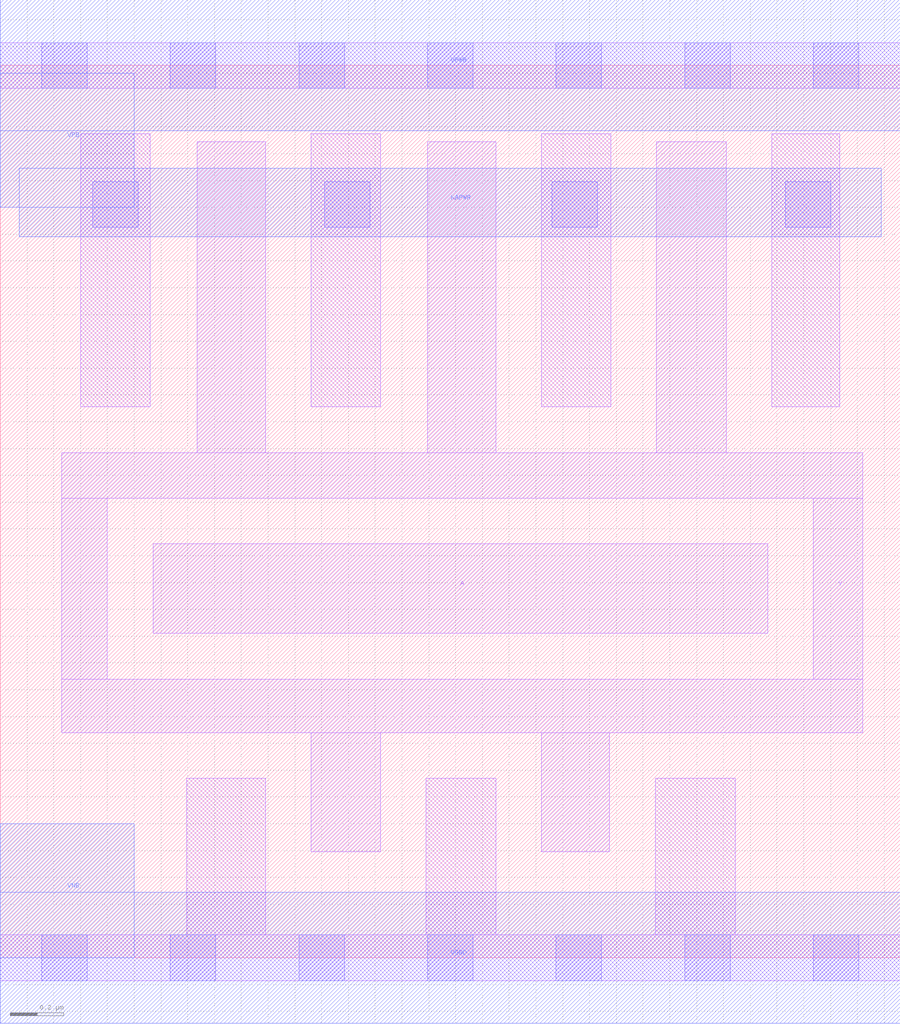
<source format=lef>
# Copyright 2020 The SkyWater PDK Authors
#
# Licensed under the Apache License, Version 2.0 (the "License");
# you may not use this file except in compliance with the License.
# You may obtain a copy of the License at
#
#     https://www.apache.org/licenses/LICENSE-2.0
#
# Unless required by applicable law or agreed to in writing, software
# distributed under the License is distributed on an "AS IS" BASIS,
# WITHOUT WARRANTIES OR CONDITIONS OF ANY KIND, either express or implied.
# See the License for the specific language governing permissions and
# limitations under the License.
#
# SPDX-License-Identifier: Apache-2.0

VERSION 5.5 ;
NAMESCASESENSITIVE ON ;
BUSBITCHARS "[]" ;
DIVIDERCHAR "/" ;
MACRO sky130_fd_sc_lp__invkapwr_4
  CLASS CORE ;
  SOURCE USER ;
  ORIGIN  0.000000  0.000000 ;
  SIZE  3.360000 BY  3.330000 ;
  SYMMETRY X Y ;
  SITE unit ;
  PIN A
    ANTENNAGATEAREA  1.386000 ;
    DIRECTION INPUT ;
    USE SIGNAL ;
    PORT
      LAYER li1 ;
        RECT 0.570000 1.210000 2.865000 1.545000 ;
    END
  END A
  PIN Y
    ANTENNADIFFAREA  1.293600 ;
    DIRECTION OUTPUT ;
    USE SIGNAL ;
    PORT
      LAYER li1 ;
        RECT 0.230000 0.840000 3.220000 1.040000 ;
        RECT 0.230000 1.040000 0.400000 1.715000 ;
        RECT 0.230000 1.715000 3.220000 1.885000 ;
        RECT 0.735000 1.885000 0.990000 3.045000 ;
        RECT 1.160000 0.395000 1.420000 0.840000 ;
        RECT 1.595000 1.885000 1.850000 3.045000 ;
        RECT 2.020000 0.395000 2.275000 0.840000 ;
        RECT 2.450000 1.885000 2.710000 3.045000 ;
        RECT 3.035000 1.040000 3.220000 1.715000 ;
    END
  END Y
  PIN KAPWR
    DIRECTION INOUT ;
    USE POWER ;
    PORT
      LAYER met1 ;
        RECT 0.070000 2.690000 3.290000 2.945000 ;
    END
  END KAPWR
  PIN VGND
    DIRECTION INOUT ;
    USE GROUND ;
    PORT
      LAYER met1 ;
        RECT 0.000000 -0.245000 3.360000 0.245000 ;
    END
  END VGND
  PIN VNB
    DIRECTION INOUT ;
    USE GROUND ;
    PORT
    END
  END VNB
  PIN VPB
    DIRECTION INOUT ;
    USE POWER ;
    PORT
    END
  END VPB
  PIN VNB
    DIRECTION INOUT ;
    USE GROUND ;
    PORT
      LAYER met1 ;
        RECT 0.000000 0.000000 0.500000 0.500000 ;
    END
  END VNB
  PIN VPB
    DIRECTION INOUT ;
    USE POWER ;
    PORT
      LAYER met1 ;
        RECT 0.000000 2.800000 0.500000 3.300000 ;
    END
  END VPB
  PIN VPWR
    DIRECTION INOUT ;
    USE POWER ;
    PORT
      LAYER met1 ;
        RECT 0.000000 3.085000 3.360000 3.575000 ;
    END
  END VPWR
  OBS
    LAYER li1 ;
      RECT 0.000000 -0.085000 3.360000 0.085000 ;
      RECT 0.000000  3.245000 3.360000 3.415000 ;
      RECT 0.300000  2.055000 0.560000 3.075000 ;
      RECT 0.695000  0.085000 0.990000 0.670000 ;
      RECT 1.160000  2.055000 1.420000 3.075000 ;
      RECT 1.590000  0.085000 1.850000 0.670000 ;
      RECT 2.020000  2.055000 2.280000 3.075000 ;
      RECT 2.445000  0.085000 2.745000 0.670000 ;
      RECT 2.880000  2.055000 3.135000 3.075000 ;
    LAYER mcon ;
      RECT 0.155000 -0.085000 0.325000 0.085000 ;
      RECT 0.155000  3.245000 0.325000 3.415000 ;
      RECT 0.345000  2.725000 0.515000 2.895000 ;
      RECT 0.635000 -0.085000 0.805000 0.085000 ;
      RECT 0.635000  3.245000 0.805000 3.415000 ;
      RECT 1.115000 -0.085000 1.285000 0.085000 ;
      RECT 1.115000  3.245000 1.285000 3.415000 ;
      RECT 1.210000  2.725000 1.380000 2.895000 ;
      RECT 1.595000 -0.085000 1.765000 0.085000 ;
      RECT 1.595000  3.245000 1.765000 3.415000 ;
      RECT 2.060000  2.725000 2.230000 2.895000 ;
      RECT 2.075000 -0.085000 2.245000 0.085000 ;
      RECT 2.075000  3.245000 2.245000 3.415000 ;
      RECT 2.555000 -0.085000 2.725000 0.085000 ;
      RECT 2.555000  3.245000 2.725000 3.415000 ;
      RECT 2.930000  2.725000 3.100000 2.895000 ;
      RECT 3.035000 -0.085000 3.205000 0.085000 ;
      RECT 3.035000  3.245000 3.205000 3.415000 ;
  END
END sky130_fd_sc_lp__invkapwr_4
END LIBRARY

</source>
